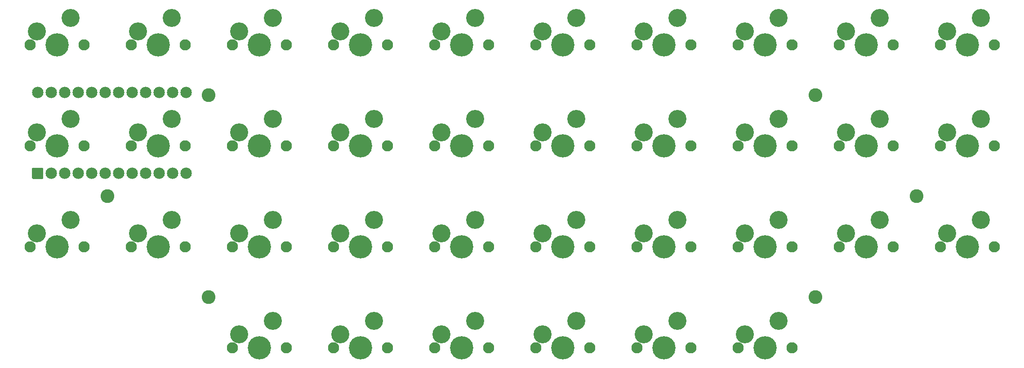
<source format=gts>
%TF.GenerationSoftware,KiCad,Pcbnew,(5.1.12-1-10_14)*%
%TF.CreationDate,2022-02-07T22:24:56-07:00*%
%TF.ProjectId,youwu36,796f7577-7533-4362-9e6b-696361645f70,rev?*%
%TF.SameCoordinates,Original*%
%TF.FileFunction,Soldermask,Top*%
%TF.FilePolarity,Negative*%
%FSLAX46Y46*%
G04 Gerber Fmt 4.6, Leading zero omitted, Abs format (unit mm)*
G04 Created by KiCad (PCBNEW (5.1.12-1-10_14)) date 2022-02-07 22:24:56*
%MOMM*%
%LPD*%
G01*
G04 APERTURE LIST*
%ADD10C,2.600000*%
%ADD11C,2.101800*%
%ADD12C,4.387800*%
%ADD13C,3.400000*%
%ADD14C,2.152600*%
G04 APERTURE END LIST*
D10*
%TO.C,REF\u002A\u002A*%
X191525000Y-56893750D03*
%TD*%
%TO.C,REF\u002A\u002A*%
X172475000Y-75943750D03*
%TD*%
%TO.C,REF\u002A\u002A*%
X172475000Y-37843750D03*
%TD*%
D11*
%TO.C,SW23*%
X138820000Y-28318750D03*
X148980000Y-28318750D03*
D12*
X143900000Y-28318750D03*
D13*
X140090000Y-25778750D03*
X146440000Y-23238750D03*
%TD*%
D11*
%TO.C,SW36*%
X195970000Y-66418750D03*
X206130000Y-66418750D03*
D12*
X201050000Y-66418750D03*
D13*
X197240000Y-63878750D03*
X203590000Y-61338750D03*
%TD*%
D11*
%TO.C,SW35*%
X195970000Y-47368750D03*
X206130000Y-47368750D03*
D12*
X201050000Y-47368750D03*
D13*
X197240000Y-44828750D03*
X203590000Y-42288750D03*
%TD*%
D11*
%TO.C,SW24*%
X138820000Y-47368750D03*
X148980000Y-47368750D03*
D12*
X143900000Y-47368750D03*
D13*
X140090000Y-44828750D03*
X146440000Y-42288750D03*
%TD*%
D11*
%TO.C,SW25*%
X138820000Y-66418750D03*
X148980000Y-66418750D03*
D12*
X143900000Y-66418750D03*
D13*
X140090000Y-63878750D03*
X146440000Y-61338750D03*
%TD*%
D11*
%TO.C,SW26*%
X138820000Y-85468750D03*
X148980000Y-85468750D03*
D12*
X143900000Y-85468750D03*
D13*
X140090000Y-82928750D03*
X146440000Y-80388750D03*
%TD*%
D11*
%TO.C,SW27*%
X157870000Y-28318750D03*
X168030000Y-28318750D03*
D12*
X162950000Y-28318750D03*
D13*
X159140000Y-25778750D03*
X165490000Y-23238750D03*
%TD*%
D11*
%TO.C,SW28*%
X157870000Y-47368750D03*
X168030000Y-47368750D03*
D12*
X162950000Y-47368750D03*
D13*
X159140000Y-44828750D03*
X165490000Y-42288750D03*
%TD*%
D11*
%TO.C,SW29*%
X157870000Y-66418750D03*
X168030000Y-66418750D03*
D12*
X162950000Y-66418750D03*
D13*
X159140000Y-63878750D03*
X165490000Y-61338750D03*
%TD*%
D11*
%TO.C,SW30*%
X157870000Y-85468750D03*
X168030000Y-85468750D03*
D12*
X162950000Y-85468750D03*
D13*
X159140000Y-82928750D03*
X165490000Y-80388750D03*
%TD*%
D11*
%TO.C,SW31*%
X176920000Y-28318750D03*
X187080000Y-28318750D03*
D12*
X182000000Y-28318750D03*
D13*
X178190000Y-25778750D03*
X184540000Y-23238750D03*
%TD*%
D11*
%TO.C,SW32*%
X176920000Y-47368750D03*
X187080000Y-47368750D03*
D12*
X182000000Y-47368750D03*
D13*
X178190000Y-44828750D03*
X184540000Y-42288750D03*
%TD*%
D11*
%TO.C,SW33*%
X176920000Y-66418750D03*
X187080000Y-66418750D03*
D12*
X182000000Y-66418750D03*
D13*
X178190000Y-63878750D03*
X184540000Y-61338750D03*
%TD*%
D11*
%TO.C,SW34*%
X195970000Y-28318750D03*
X206130000Y-28318750D03*
D12*
X201050000Y-28318750D03*
D13*
X197240000Y-25778750D03*
X203590000Y-23238750D03*
%TD*%
D11*
%TO.C,SW22*%
X119770000Y-85468750D03*
X129930000Y-85468750D03*
D12*
X124850000Y-85468750D03*
D13*
X121040000Y-82928750D03*
X127390000Y-80388750D03*
%TD*%
D11*
%TO.C,SW18*%
X100720000Y-85468750D03*
X110880000Y-85468750D03*
D12*
X105800000Y-85468750D03*
D13*
X101990000Y-82928750D03*
X108340000Y-80388750D03*
%TD*%
D11*
%TO.C,SW15*%
X100720000Y-28318750D03*
X110880000Y-28318750D03*
D12*
X105800000Y-28318750D03*
D13*
X101990000Y-25778750D03*
X108340000Y-23238750D03*
%TD*%
D11*
%TO.C,SW13*%
X81670000Y-66418750D03*
X91830000Y-66418750D03*
D12*
X86750000Y-66418750D03*
D13*
X82940000Y-63878750D03*
X89290000Y-61338750D03*
%TD*%
D11*
%TO.C,SW11*%
X81670000Y-28318750D03*
X91830000Y-28318750D03*
D12*
X86750000Y-28318750D03*
D13*
X82940000Y-25778750D03*
X89290000Y-23238750D03*
%TD*%
D11*
%TO.C,SW14*%
X81670000Y-85468750D03*
X91830000Y-85468750D03*
D12*
X86750000Y-85468750D03*
D13*
X82940000Y-82928750D03*
X89290000Y-80388750D03*
%TD*%
D11*
%TO.C,SW17*%
X100720000Y-66418750D03*
X110880000Y-66418750D03*
D12*
X105800000Y-66418750D03*
D13*
X101990000Y-63878750D03*
X108340000Y-61338750D03*
%TD*%
D11*
%TO.C,SW12*%
X81670000Y-47368750D03*
X91830000Y-47368750D03*
D12*
X86750000Y-47368750D03*
D13*
X82940000Y-44828750D03*
X89290000Y-42288750D03*
%TD*%
D11*
%TO.C,SW16*%
X100720000Y-47368750D03*
X110880000Y-47368750D03*
D12*
X105800000Y-47368750D03*
D13*
X101990000Y-44828750D03*
X108340000Y-42288750D03*
%TD*%
D11*
%TO.C,SW19*%
X119770000Y-28318750D03*
X129930000Y-28318750D03*
D12*
X124850000Y-28318750D03*
D13*
X121040000Y-25778750D03*
X127390000Y-23238750D03*
%TD*%
D11*
%TO.C,SW20*%
X119770000Y-47368750D03*
X129930000Y-47368750D03*
D12*
X124850000Y-47368750D03*
D13*
X121040000Y-44828750D03*
X127390000Y-42288750D03*
%TD*%
D11*
%TO.C,SW21*%
X119770000Y-66418750D03*
X129930000Y-66418750D03*
D12*
X124850000Y-66418750D03*
D13*
X121040000Y-63878750D03*
X127390000Y-61338750D03*
%TD*%
D10*
%TO.C,REF\u002A\u002A*%
X39125000Y-56893750D03*
%TD*%
%TO.C,REF\u002A\u002A*%
X58175000Y-37843750D03*
%TD*%
%TO.C,REF\u002A\u002A*%
X58175000Y-75943750D03*
%TD*%
D14*
%TO.C,U1*%
X25948750Y-37367500D03*
X53888750Y-52607500D03*
X28488750Y-37367500D03*
X31028750Y-37367500D03*
X33568750Y-37367500D03*
X36108750Y-37367500D03*
X38648750Y-37367500D03*
X41188750Y-37367500D03*
X43728750Y-37367500D03*
X46268750Y-37367500D03*
X48808750Y-37367500D03*
X51348750Y-37367500D03*
X53888750Y-37367500D03*
X51348750Y-52607500D03*
X48808750Y-52607500D03*
X46268750Y-52607500D03*
X43728750Y-52607500D03*
X41188750Y-52607500D03*
X38648750Y-52607500D03*
X36108750Y-52607500D03*
X33568750Y-52607500D03*
X31028750Y-52607500D03*
X28488750Y-52607500D03*
G36*
G01*
X24872450Y-53483800D02*
X24872450Y-51731200D01*
G75*
G02*
X25072450Y-51531200I200000J0D01*
G01*
X26825050Y-51531200D01*
G75*
G02*
X27025050Y-51731200I0J-200000D01*
G01*
X27025050Y-53483800D01*
G75*
G02*
X26825050Y-53683800I-200000J0D01*
G01*
X25072450Y-53683800D01*
G75*
G02*
X24872450Y-53483800I0J200000D01*
G01*
G37*
%TD*%
D11*
%TO.C,SW10*%
X62620000Y-85468750D03*
X72780000Y-85468750D03*
D12*
X67700000Y-85468750D03*
D13*
X63890000Y-82928750D03*
X70240000Y-80388750D03*
%TD*%
D11*
%TO.C,SW9*%
X62620000Y-66418750D03*
X72780000Y-66418750D03*
D12*
X67700000Y-66418750D03*
D13*
X63890000Y-63878750D03*
X70240000Y-61338750D03*
%TD*%
D11*
%TO.C,SW8*%
X62620000Y-47368750D03*
X72780000Y-47368750D03*
D12*
X67700000Y-47368750D03*
D13*
X63890000Y-44828750D03*
X70240000Y-42288750D03*
%TD*%
D11*
%TO.C,SW7*%
X62620000Y-28318750D03*
X72780000Y-28318750D03*
D12*
X67700000Y-28318750D03*
D13*
X63890000Y-25778750D03*
X70240000Y-23238750D03*
%TD*%
D11*
%TO.C,SW6*%
X43570000Y-66418750D03*
X53730000Y-66418750D03*
D12*
X48650000Y-66418750D03*
D13*
X44840000Y-63878750D03*
X51190000Y-61338750D03*
%TD*%
D11*
%TO.C,SW5*%
X43570000Y-47368750D03*
X53730000Y-47368750D03*
D12*
X48650000Y-47368750D03*
D13*
X44840000Y-44828750D03*
X51190000Y-42288750D03*
%TD*%
D11*
%TO.C,SW4*%
X43570000Y-28318750D03*
X53730000Y-28318750D03*
D12*
X48650000Y-28318750D03*
D13*
X44840000Y-25778750D03*
X51190000Y-23238750D03*
%TD*%
D11*
%TO.C,SW3*%
X24520000Y-66418750D03*
X34680000Y-66418750D03*
D12*
X29600000Y-66418750D03*
D13*
X25790000Y-63878750D03*
X32140000Y-61338750D03*
%TD*%
D11*
%TO.C,SW2*%
X24520000Y-47368750D03*
X34680000Y-47368750D03*
D12*
X29600000Y-47368750D03*
D13*
X25790000Y-44828750D03*
X32140000Y-42288750D03*
%TD*%
D11*
%TO.C,SW1*%
X24520000Y-28318750D03*
X34680000Y-28318750D03*
D12*
X29600000Y-28318750D03*
D13*
X25790000Y-25778750D03*
X32140000Y-23238750D03*
%TD*%
M02*

</source>
